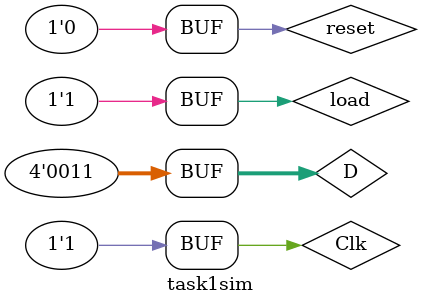
<source format=v>
`timescale 1ns / 1ps


module task1sim(
    );
    reg [3:0] D;
	reg Clk;
	reg reset;
	reg load;
	wire [3:0] Q;
 
    task1 DUT (.D(D), .Clk(Clk), .reset(reset), .load(load), .Q(Q));   
    

    initial begin
        #0  D=3'b0000; reset=0; load=1; Clk =0; 
        #10  D=3'b0001; reset=0; load=1; Clk =1;  
        #10  D=3'b0010; reset=0; load=0; Clk =0;  
        #10  D=3'b0011; reset=0; load=1; Clk =1;  
        #10  D=3'b0100; reset=0; load=0; Clk =0; 
        #10  D=3'b0101; reset=1; load=1; Clk =1;
        #10  D=3'b0110; reset=0; load=1; Clk =0;
        #10  D=3'b0111; reset=0; load=1; Clk =1;
        #10  D=3'b1000; reset=0; load=1; Clk =0;
        #10  D=3'b1001; reset=0; load=0; Clk =1;
        #10  D=3'b1010; reset=0; load=1; Clk =0;
        #10  D=3'b1011; reset=0; load=1; Clk =1;
 
        

       
    end
endmodule

</source>
